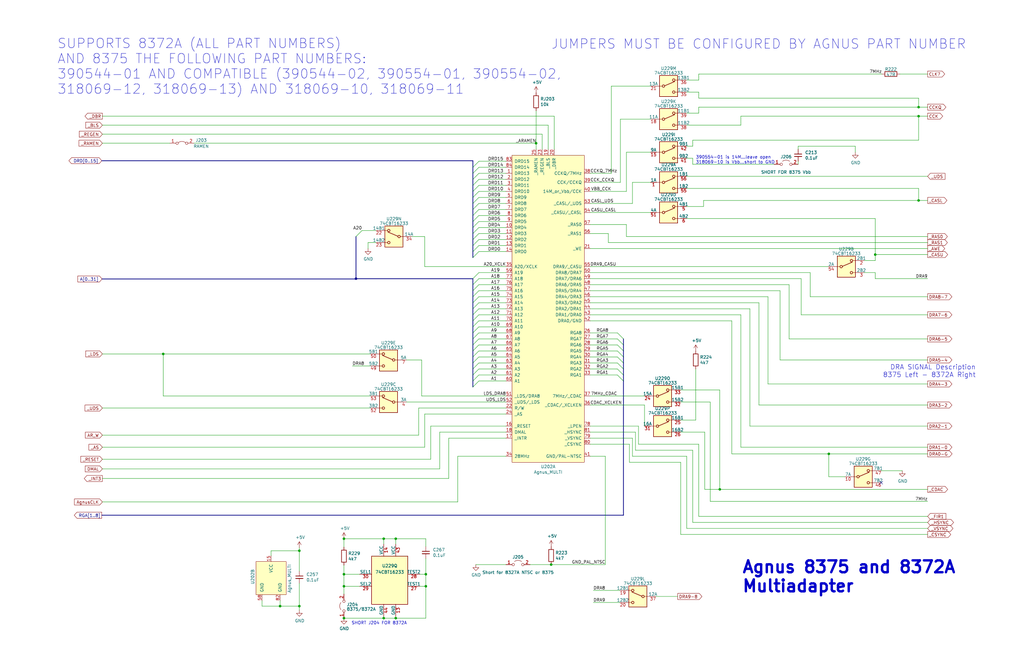
<source format=kicad_sch>
(kicad_sch (version 20230121) (generator eeschema)
  (paper "B")
  (title_block (title "AMIGA PCI") (date "2024-01-22") (rev "2.0"))
  (junction (at 150.114 117.602))
  (junction (at 126.238 255.778))
  (junction (at 166.878 260.858))
  (junction (at 145.034 260.858))
  (junction (at 145.034 227.33))
  (junction (at 118.11 255.778))
  (junction (at 349.504 191.516))
  (junction (at 145.034 242.316))
  (junction (at 226.06 60.452))
  (junction (at 179.578 242.316))
  (junction (at 369.062 107.442))
  (junction (at 145.034 247.396))
  (junction (at 387.35 49.022))
  (junction (at 232.41 238.252))
  (junction (at 387.35 84.582))
  (junction (at 166.878 227.33))
  (junction (at 161.798 260.858))
  (junction (at 303.53 206.502))
  (junction (at 126.238 232.41))
  (junction (at 68.834 149.352))
  (junction (at 161.798 227.33))
  (junction (at 179.578 247.396))
  (junction (at 387.35 45.212))
  (no_connect (at 371.602 203.708))
  (bus_entry (at 201.93 85.852) (size -2.54 2.54))
  (bus_entry (at 201.93 68.072) (size -2.54 2.54))
  (bus_entry (at 260.35 145.542) (size 2.54 2.54))
  (bus_entry (at 201.93 78.232) (size -2.54 2.54))
  (bus_entry (at 201.93 127.762) (size -2.54 2.54))
  (bus_entry (at 201.93 155.702) (size -2.54 2.54))
  (bus_entry (at 201.93 122.682) (size -2.54 2.54))
  (bus_entry (at 260.35 150.622) (size 2.54 2.54))
  (bus_entry (at 260.35 140.462) (size 2.54 2.54))
  (bus_entry (at 260.35 143.002) (size 2.54 2.54))
  (bus_entry (at 201.93 117.602) (size -2.54 2.54))
  (bus_entry (at 260.35 155.702) (size 2.54 2.54))
  (bus_entry (at 260.35 158.242) (size 2.54 2.54))
  (bus_entry (at 201.93 132.842) (size -2.54 2.54))
  (bus_entry (at 201.93 160.782) (size -2.54 2.54))
  (bus_entry (at 201.93 120.142) (size -2.54 2.54))
  (bus_entry (at 201.93 158.242) (size -2.54 2.54))
  (bus_entry (at 201.93 137.922) (size -2.54 2.54))
  (bus_entry (at 201.93 148.082) (size -2.54 2.54))
  (bus_entry (at 201.93 106.172) (size -2.54 2.54))
  (bus_entry (at 201.93 101.092) (size -2.54 2.54))
  (bus_entry (at 201.93 70.612) (size -2.54 2.54))
  (bus_entry (at 201.93 75.692) (size -2.54 2.54))
  (bus_entry (at 201.93 96.012) (size -2.54 2.54))
  (bus_entry (at 201.93 130.302) (size -2.54 2.54))
  (bus_entry (at 201.93 115.062) (size -2.54 2.54))
  (bus_entry (at 201.93 103.632) (size -2.54 2.54))
  (bus_entry (at 201.93 150.622) (size -2.54 2.54))
  (bus_entry (at 201.93 73.152) (size -2.54 2.54))
  (bus_entry (at 201.93 140.462) (size -2.54 2.54))
  (bus_entry (at 201.93 80.772) (size -2.54 2.54))
  (bus_entry (at 260.35 153.162) (size 2.54 2.54))
  (bus_entry (at 260.35 148.082) (size 2.54 2.54))
  (bus_entry (at 201.93 98.552) (size -2.54 2.54))
  (bus_entry (at 152.654 97.282) (size -2.54 2.54))
  (bus_entry (at 201.93 145.542) (size -2.54 2.54))
  (bus_entry (at 201.93 83.312) (size -2.54 2.54))
  (bus_entry (at 201.93 90.932) (size -2.54 2.54))
  (bus_entry (at 201.93 143.002) (size -2.54 2.54))
  (bus_entry (at 201.93 153.162) (size -2.54 2.54))
  (bus_entry (at 201.93 125.222) (size -2.54 2.54))
  (bus_entry (at 201.93 135.382) (size -2.54 2.54))
  (bus_entry (at 201.93 88.392) (size -2.54 2.54))
  (bus_entry (at 201.93 93.472) (size -2.54 2.54))
  (wire (pts (xy 294.64 187.452) (xy 294.64 217.932)))
  (wire (pts (xy 179.07 188.722) (xy 43.18 188.722)))
  (wire (pts (xy 248.92 182.372) (xy 267.97 182.372)))
  (wire (pts (xy 179.578 247.396) (xy 179.578 242.316)))
  (wire (pts (xy 126.238 232.41) (xy 126.238 231.14)))
  (wire (pts (xy 177.8 151.892) (xy 171.45 151.892)))
  (bus (pts (xy 199.39 78.232) (xy 199.39 80.772)))
  (wire (pts (xy 248.92 125.222) (xy 323.85 125.222)))
  (wire (pts (xy 312.42 188.722) (xy 312.42 132.842)))
  (wire (pts (xy 271.78 170.942) (xy 248.92 170.942)))
  (bus (pts (xy 199.39 96.012) (xy 199.39 98.552)))
  (wire (pts (xy 213.36 135.382) (xy 201.93 135.382)))
  (wire (pts (xy 257.81 73.152) (xy 257.81 36.322)))
  (wire (pts (xy 248.92 94.742) (xy 264.16 94.742)))
  (wire (pts (xy 177.038 242.316) (xy 179.578 242.316)))
  (wire (pts (xy 248.92 85.852) (xy 266.7 85.852)))
  (wire (pts (xy 213.36 98.552) (xy 201.93 98.552)))
  (wire (pts (xy 213.36 167.132) (xy 177.8 167.132)))
  (wire (pts (xy 114.3 232.41) (xy 114.3 234.442)))
  (wire (pts (xy 126.238 246.126) (xy 126.238 255.778)))
  (wire (pts (xy 114.3 232.41) (xy 126.238 232.41)))
  (wire (pts (xy 248.92 132.842) (xy 312.42 132.842)))
  (wire (pts (xy 213.36 153.162) (xy 201.93 153.162)))
  (wire (pts (xy 213.36 120.142) (xy 201.93 120.142)))
  (wire (pts (xy 323.85 162.052) (xy 391.16 162.052)))
  (wire (pts (xy 296.672 87.122) (xy 296.672 84.582)))
  (wire (pts (xy 166.878 229.616) (xy 166.878 227.33)))
  (wire (pts (xy 387.35 79.502) (xy 387.35 84.582)))
  (wire (pts (xy 213.36 68.072) (xy 201.93 68.072)))
  (bus (pts (xy 199.39 85.852) (xy 199.39 88.392)))
  (wire (pts (xy 213.36 117.602) (xy 201.93 117.602)))
  (wire (pts (xy 248.92 80.772) (xy 264.16 80.772)))
  (bus (pts (xy 199.39 158.242) (xy 199.39 160.782)))
  (wire (pts (xy 213.36 96.012) (xy 201.93 96.012)))
  (wire (pts (xy 179.578 227.33) (xy 166.878 227.33)))
  (bus (pts (xy 262.89 217.424) (xy 42.926 217.424)))
  (wire (pts (xy 271.78 179.832) (xy 271.78 170.942)))
  (wire (pts (xy 391.16 125.222) (xy 341.63 125.222)))
  (wire (pts (xy 213.36 172.212) (xy 176.53 172.212)))
  (wire (pts (xy 320.04 170.942) (xy 320.04 127.762)))
  (bus (pts (xy 199.39 106.172) (xy 199.39 108.712)))
  (wire (pts (xy 213.36 115.062) (xy 201.93 115.062)))
  (wire (pts (xy 332.74 120.142) (xy 332.74 143.002)))
  (wire (pts (xy 299.466 211.582) (xy 391.16 211.582)))
  (wire (pts (xy 145.034 260.858) (xy 161.798 260.858)))
  (wire (pts (xy 336.55 68.072) (xy 336.55 69.342)))
  (wire (pts (xy 269.24 187.452) (xy 294.64 187.452)))
  (wire (pts (xy 179.07 112.522) (xy 213.36 112.522)))
  (wire (pts (xy 248.92 135.382) (xy 308.61 135.382)))
  (wire (pts (xy 266.7 76.962) (xy 274.32 76.962)))
  (wire (pts (xy 391.16 188.722) (xy 312.42 188.722)))
  (wire (pts (xy 360.68 64.262) (xy 360.68 61.722)))
  (wire (pts (xy 248.92 89.662) (xy 274.32 89.662)))
  (wire (pts (xy 391.16 151.892) (xy 328.93 151.892)))
  (wire (pts (xy 151.638 247.396) (xy 145.034 247.396)))
  (wire (pts (xy 292.1 61.722) (xy 292.1 59.182)))
  (wire (pts (xy 294.64 31.242) (xy 371.856 31.242)))
  (wire (pts (xy 292.1 59.182) (xy 387.35 59.182)))
  (wire (pts (xy 369.062 117.602) (xy 391.16 117.602)))
  (wire (pts (xy 293.37 155.702) (xy 293.37 177.292)))
  (wire (pts (xy 248.92 127.762) (xy 320.04 127.762)))
  (wire (pts (xy 294.64 38.862) (xy 294.64 41.402)))
  (wire (pts (xy 387.35 59.182) (xy 387.35 49.022)))
  (wire (pts (xy 371.602 198.628) (xy 380.492 198.628)))
  (wire (pts (xy 189.23 201.93) (xy 43.18 201.93)))
  (wire (pts (xy 213.36 182.372) (xy 185.42 182.372)))
  (wire (pts (xy 326.39 69.342) (xy 292.1 69.342)))
  (wire (pts (xy 176.53 172.212) (xy 176.53 183.642)))
  (wire (pts (xy 248.92 143.002) (xy 260.35 143.002)))
  (wire (pts (xy 387.35 45.212) (xy 391.16 45.212)))
  (wire (pts (xy 248.92 184.912) (xy 266.7 184.912)))
  (wire (pts (xy 181.61 193.802) (xy 43.18 193.802)))
  (wire (pts (xy 233.68 62.992) (xy 233.68 49.022)))
  (wire (pts (xy 161.798 227.33) (xy 145.034 227.33)))
  (wire (pts (xy 303.53 206.502) (xy 297.18 206.502)))
  (wire (pts (xy 213.36 93.472) (xy 201.93 93.472)))
  (wire (pts (xy 248.92 167.132) (xy 271.78 167.132)))
  (wire (pts (xy 294.64 47.752) (xy 294.64 45.212)))
  (bus (pts (xy 199.39 155.702) (xy 199.39 158.242)))
  (wire (pts (xy 255.27 238.252) (xy 232.41 238.252)))
  (wire (pts (xy 181.61 179.832) (xy 181.61 193.802)))
  (wire (pts (xy 110.49 255.778) (xy 110.49 253.492)))
  (wire (pts (xy 287.02 169.672) (xy 299.466 169.672)))
  (wire (pts (xy 266.7 184.912) (xy 266.7 192.532)))
  (wire (pts (xy 161.798 227.33) (xy 161.798 229.616)))
  (wire (pts (xy 213.36 184.912) (xy 189.23 184.912)))
  (wire (pts (xy 213.36 174.752) (xy 179.07 174.752)))
  (wire (pts (xy 248.92 179.832) (xy 269.24 179.832)))
  (wire (pts (xy 213.36 148.082) (xy 201.93 148.082)))
  (wire (pts (xy 213.36 192.532) (xy 193.04 192.532)))
  (wire (pts (xy 369.062 115.062) (xy 369.062 117.602)))
  (bus (pts (xy 262.89 155.702) (xy 262.89 158.242)))
  (wire (pts (xy 364.49 109.982) (xy 369.062 109.982)))
  (wire (pts (xy 179.07 174.752) (xy 179.07 188.722)))
  (wire (pts (xy 289.56 33.782) (xy 294.64 33.782)))
  (wire (pts (xy 145.034 227.33) (xy 145.034 230.886)))
  (bus (pts (xy 199.39 88.392) (xy 199.39 90.932)))
  (bus (pts (xy 150.114 117.729) (xy 150.114 117.602)))
  (wire (pts (xy 145.034 247.396) (xy 145.034 250.698)))
  (bus (pts (xy 199.39 101.092) (xy 199.39 103.632)))
  (wire (pts (xy 266.7 192.532) (xy 289.56 192.532)))
  (wire (pts (xy 248.92 76.962) (xy 261.62 76.962)))
  (wire (pts (xy 213.36 130.302) (xy 201.93 130.302)))
  (wire (pts (xy 173.736 99.822) (xy 179.07 99.822)))
  (wire (pts (xy 248.92 148.082) (xy 260.35 148.082)))
  (wire (pts (xy 213.36 125.222) (xy 201.93 125.222)))
  (wire (pts (xy 156.21 154.432) (xy 148.59 154.432)))
  (wire (pts (xy 296.672 84.582) (xy 387.35 84.582)))
  (bus (pts (xy 199.39 160.782) (xy 199.39 163.322)))
  (wire (pts (xy 213.36 179.832) (xy 181.61 179.832)))
  (wire (pts (xy 264.16 80.772) (xy 264.16 64.262)))
  (bus (pts (xy 199.39 117.602) (xy 150.114 117.602)))
  (wire (pts (xy 248.92 192.532) (xy 255.27 192.532)))
  (wire (pts (xy 126.238 255.778) (xy 126.238 257.556)))
  (wire (pts (xy 287.02 182.372) (xy 297.18 182.372)))
  (wire (pts (xy 228.6 62.992) (xy 228.6 56.642)))
  (wire (pts (xy 312.42 49.022) (xy 387.35 49.022)))
  (wire (pts (xy 294.64 33.782) (xy 294.64 31.242)))
  (bus (pts (xy 199.39 117.602) (xy 199.39 120.142)))
  (wire (pts (xy 336.55 61.722) (xy 360.68 61.722)))
  (wire (pts (xy 179.578 260.858) (xy 179.578 247.396)))
  (wire (pts (xy 266.7 85.852) (xy 266.7 76.962)))
  (wire (pts (xy 145.034 247.396) (xy 145.034 242.316)))
  (wire (pts (xy 166.878 260.858) (xy 161.798 260.858)))
  (wire (pts (xy 303.53 206.502) (xy 391.16 206.502)))
  (wire (pts (xy 213.36 238.252) (xy 200.66 238.252)))
  (wire (pts (xy 289.56 92.202) (xy 369.062 92.202)))
  (bus (pts (xy 262.89 158.242) (xy 262.89 160.782)))
  (wire (pts (xy 264.16 99.822) (xy 391.16 99.822)))
  (wire (pts (xy 328.93 151.892) (xy 328.93 122.682)))
  (wire (pts (xy 297.18 182.372) (xy 297.18 206.502)))
  (wire (pts (xy 118.11 255.778) (xy 118.11 253.492)))
  (wire (pts (xy 303.53 164.592) (xy 303.53 206.502)))
  (wire (pts (xy 276.606 251.714) (xy 285.75 251.714)))
  (bus (pts (xy 262.89 153.162) (xy 262.89 155.702)))
  (wire (pts (xy 166.878 260.858) (xy 179.578 260.858)))
  (wire (pts (xy 193.04 192.532) (xy 193.04 211.836)))
  (wire (pts (xy 289.56 192.532) (xy 289.56 223.012)))
  (wire (pts (xy 287.02 225.552) (xy 391.16 225.552)))
  (wire (pts (xy 43.18 56.642) (xy 228.6 56.642)))
  (wire (pts (xy 213.36 127.762) (xy 201.93 127.762)))
  (wire (pts (xy 349.504 201.168) (xy 349.504 191.516)))
  (wire (pts (xy 316.23 179.832) (xy 391.16 179.832)))
  (wire (pts (xy 213.36 169.672) (xy 171.45 169.672)))
  (wire (pts (xy 189.23 184.912) (xy 189.23 201.93)))
  (wire (pts (xy 349.504 191.516) (xy 391.16 191.516)))
  (wire (pts (xy 226.06 46.736) (xy 226.06 60.452)))
  (wire (pts (xy 256.54 102.362) (xy 256.54 98.552)))
  (wire (pts (xy 292.1 66.802) (xy 292.1 69.342)))
  (wire (pts (xy 356.362 201.168) (xy 349.504 201.168)))
  (wire (pts (xy 312.42 52.832) (xy 312.42 49.022)))
  (wire (pts (xy 248.92 122.682) (xy 328.93 122.682)))
  (bus (pts (xy 199.39 130.302) (xy 199.39 132.842)))
  (bus (pts (xy 199.39 140.462) (xy 199.39 143.002)))
  (wire (pts (xy 261.366 249.174) (xy 250.19 249.174)))
  (bus (pts (xy 199.39 120.142) (xy 199.39 122.682)))
  (wire (pts (xy 257.81 36.322) (xy 274.32 36.322)))
  (bus (pts (xy 262.89 150.622) (xy 262.89 153.162)))
  (wire (pts (xy 387.35 49.022) (xy 391.16 49.022)))
  (bus (pts (xy 199.39 153.162) (xy 199.39 155.702)))
  (wire (pts (xy 179.578 230.632) (xy 179.578 227.33)))
  (wire (pts (xy 264.16 94.742) (xy 264.16 99.822)))
  (bus (pts (xy 199.39 70.612) (xy 199.39 73.152)))
  (bus (pts (xy 199.39 135.382) (xy 199.39 137.922)))
  (wire (pts (xy 391.16 132.842) (xy 337.82 132.842)))
  (wire (pts (xy 177.8 167.132) (xy 177.8 151.892)))
  (wire (pts (xy 289.56 47.752) (xy 294.64 47.752)))
  (wire (pts (xy 213.36 122.682) (xy 201.93 122.682)))
  (wire (pts (xy 248.92 187.452) (xy 265.43 187.452)))
  (wire (pts (xy 179.07 99.822) (xy 179.07 112.522)))
  (wire (pts (xy 265.43 195.072) (xy 287.02 195.072)))
  (wire (pts (xy 248.92 104.902) (xy 391.16 104.902)))
  (wire (pts (xy 256.54 102.362) (xy 391.16 102.362)))
  (wire (pts (xy 265.43 187.452) (xy 265.43 195.072)))
  (wire (pts (xy 152.654 97.282) (xy 158.496 97.282)))
  (wire (pts (xy 289.56 87.122) (xy 296.672 87.122)))
  (bus (pts (xy 199.39 143.002) (xy 199.39 145.542)))
  (bus (pts (xy 199.39 80.772) (xy 199.39 83.312)))
  (wire (pts (xy 267.97 189.992) (xy 292.1 189.992)))
  (wire (pts (xy 264.16 64.262) (xy 274.32 64.262)))
  (wire (pts (xy 155.194 102.362) (xy 158.496 102.362)))
  (wire (pts (xy 287.02 177.292) (xy 293.37 177.292)))
  (wire (pts (xy 118.11 255.778) (xy 126.238 255.778)))
  (wire (pts (xy 179.578 242.316) (xy 179.578 235.712)))
  (wire (pts (xy 289.56 79.502) (xy 387.35 79.502)))
  (wire (pts (xy 289.56 52.832) (xy 312.42 52.832)))
  (bus (pts (xy 262.89 145.542) (xy 262.89 148.082)))
  (wire (pts (xy 233.68 49.022) (xy 43.18 49.022)))
  (wire (pts (xy 231.14 52.832) (xy 43.18 52.832)))
  (wire (pts (xy 379.476 31.242) (xy 391.16 31.242)))
  (wire (pts (xy 341.63 125.222) (xy 341.63 115.062)))
  (wire (pts (xy 294.64 41.402) (xy 387.35 41.402)))
  (wire (pts (xy 299.466 169.672) (xy 299.466 211.582)))
  (bus (pts (xy 199.39 122.682) (xy 199.39 125.222)))
  (wire (pts (xy 308.61 191.516) (xy 349.504 191.516)))
  (wire (pts (xy 110.49 255.778) (xy 118.11 255.778)))
  (wire (pts (xy 213.36 75.692) (xy 201.93 75.692)))
  (bus (pts (xy 199.39 67.818) (xy 199.39 70.612)))
  (bus (pts (xy 199.39 127.762) (xy 199.39 130.302)))
  (wire (pts (xy 213.36 103.632) (xy 201.93 103.632)))
  (wire (pts (xy 71.628 60.452) (xy 43.18 60.452)))
  (wire (pts (xy 294.64 45.212) (xy 387.35 45.212)))
  (wire (pts (xy 161.798 260.858) (xy 161.798 260.096)))
  (wire (pts (xy 289.56 223.012) (xy 391.16 223.012)))
  (wire (pts (xy 289.56 38.862) (xy 294.64 38.862)))
  (wire (pts (xy 369.062 92.202) (xy 369.062 107.442)))
  (wire (pts (xy 337.82 132.842) (xy 337.82 117.602)))
  (wire (pts (xy 213.36 137.922) (xy 201.93 137.922)))
  (wire (pts (xy 213.36 88.392) (xy 201.93 88.392)))
  (bus (pts (xy 43.053 117.729) (xy 150.114 117.729)))
  (bus (pts (xy 199.39 90.932) (xy 199.39 93.472)))
  (wire (pts (xy 248.92 112.522) (xy 349.25 112.522)))
  (wire (pts (xy 213.36 73.152) (xy 201.93 73.152)))
  (wire (pts (xy 248.92 150.622) (xy 260.35 150.622)))
  (wire (pts (xy 248.92 120.142) (xy 332.74 120.142)))
  (wire (pts (xy 336.55 61.722) (xy 336.55 62.992)))
  (wire (pts (xy 68.834 149.352) (xy 156.21 149.352)))
  (wire (pts (xy 213.36 158.242) (xy 201.93 158.242)))
  (wire (pts (xy 248.92 115.062) (xy 341.63 115.062)))
  (wire (pts (xy 387.35 41.402) (xy 387.35 45.212)))
  (wire (pts (xy 369.062 109.982) (xy 369.062 107.442)))
  (wire (pts (xy 68.834 167.132) (xy 156.21 167.132)))
  (wire (pts (xy 213.36 143.002) (xy 201.93 143.002)))
  (wire (pts (xy 231.14 62.992) (xy 231.14 52.832)))
  (wire (pts (xy 166.878 260.096) (xy 166.878 260.858)))
  (wire (pts (xy 145.034 238.506) (xy 145.034 242.316)))
  (wire (pts (xy 213.36 80.772) (xy 201.93 80.772)))
  (wire (pts (xy 369.062 107.442) (xy 391.16 107.442)))
  (wire (pts (xy 292.1 220.472) (xy 391.16 220.472)))
  (bus (pts (xy 199.39 103.632) (xy 199.39 106.172)))
  (wire (pts (xy 269.24 179.832) (xy 269.24 187.452)))
  (wire (pts (xy 213.36 90.932) (xy 201.93 90.932)))
  (wire (pts (xy 68.834 149.352) (xy 68.834 167.132)))
  (wire (pts (xy 248.92 140.462) (xy 260.35 140.462)))
  (bus (pts (xy 199.39 132.842) (xy 199.39 135.382)))
  (wire (pts (xy 364.49 115.062) (xy 369.062 115.062)))
  (bus (pts (xy 199.39 125.222) (xy 199.39 127.762)))
  (wire (pts (xy 294.64 217.932) (xy 391.16 217.932)))
  (bus (pts (xy 199.39 137.922) (xy 199.39 140.462)))
  (wire (pts (xy 248.92 153.162) (xy 260.35 153.162)))
  (wire (pts (xy 213.36 155.702) (xy 201.93 155.702)))
  (bus (pts (xy 199.39 150.622) (xy 199.39 153.162)))
  (wire (pts (xy 213.36 160.782) (xy 201.93 160.782)))
  (wire (pts (xy 213.36 83.312) (xy 201.93 83.312)))
  (wire (pts (xy 248.92 130.302) (xy 316.23 130.302)))
  (wire (pts (xy 213.36 78.232) (xy 201.93 78.232)))
  (wire (pts (xy 287.02 164.592) (xy 303.53 164.592)))
  (bus (pts (xy 199.39 145.542) (xy 199.39 148.082)))
  (wire (pts (xy 248.92 145.542) (xy 260.35 145.542)))
  (wire (pts (xy 176.53 183.642) (xy 43.18 183.642)))
  (wire (pts (xy 213.36 85.852) (xy 201.93 85.852)))
  (wire (pts (xy 267.97 182.372) (xy 267.97 189.992)))
  (wire (pts (xy 256.54 98.552) (xy 248.92 98.552)))
  (bus (pts (xy 262.89 160.782) (xy 262.89 217.424)))
  (wire (pts (xy 308.61 191.516) (xy 308.61 135.382)))
  (wire (pts (xy 261.366 254.254) (xy 250.19 254.254)))
  (wire (pts (xy 232.41 238.252) (xy 223.52 238.252)))
  (bus (pts (xy 199.39 73.152) (xy 199.39 75.692)))
  (wire (pts (xy 155.194 102.362) (xy 155.194 104.902)))
  (wire (pts (xy 126.238 232.41) (xy 126.238 241.046)))
  (bus (pts (xy 199.39 148.082) (xy 199.39 150.622)))
  (wire (pts (xy 213.36 145.542) (xy 201.93 145.542)))
  (wire (pts (xy 213.36 150.622) (xy 201.93 150.622)))
  (wire (pts (xy 213.36 132.842) (xy 201.93 132.842)))
  (bus (pts (xy 150.114 99.822) (xy 150.114 117.602)))
  (wire (pts (xy 43.18 149.352) (xy 68.834 149.352)))
  (wire (pts (xy 289.56 61.722) (xy 292.1 61.722)))
  (bus (pts (xy 262.89 148.082) (xy 262.89 150.622)))
  (wire (pts (xy 323.85 162.052) (xy 323.85 125.222)))
  (wire (pts (xy 316.23 130.302) (xy 316.23 179.832)))
  (bus (pts (xy 199.39 98.552) (xy 199.39 101.092)))
  (wire (pts (xy 332.74 143.002) (xy 391.16 143.002)))
  (wire (pts (xy 289.56 74.422) (xy 391.16 74.422)))
  (wire (pts (xy 387.35 84.582) (xy 391.16 84.582)))
  (wire (pts (xy 177.038 247.396) (xy 179.578 247.396)))
  (wire (pts (xy 391.16 170.942) (xy 320.04 170.942)))
  (wire (pts (xy 185.42 197.866) (xy 43.18 197.866)))
  (wire (pts (xy 261.62 50.292) (xy 274.32 50.292)))
  (wire (pts (xy 213.36 106.172) (xy 201.93 106.172)))
  (wire (pts (xy 248.92 73.152) (xy 257.81 73.152)))
  (wire (pts (xy 248.92 158.242) (xy 260.35 158.242)))
  (wire (pts (xy 255.27 192.532) (xy 255.27 238.252)))
  (wire (pts (xy 43.18 172.212) (xy 156.21 172.212)))
  (wire (pts (xy 213.36 140.462) (xy 201.93 140.462)))
  (bus (pts (xy 42.926 67.818) (xy 199.39 67.818)))
  (wire (pts (xy 261.62 76.962) (xy 261.62 50.292)))
  (wire (pts (xy 248.92 155.702) (xy 260.35 155.702)))
  (wire (pts (xy 226.06 60.452) (xy 81.788 60.452)))
  (wire (pts (xy 213.36 70.612) (xy 201.93 70.612)))
  (wire (pts (xy 226.06 62.992) (xy 226.06 60.452)))
  (wire (pts (xy 145.034 242.316) (xy 151.638 242.316)))
  (wire (pts (xy 292.1 189.992) (xy 292.1 220.472)))
  (bus (pts (xy 262.89 143.002) (xy 262.89 145.542)))
  (wire (pts (xy 213.36 101.092) (xy 201.93 101.092)))
  (wire (pts (xy 166.878 227.33) (xy 161.798 227.33)))
  (wire (pts (xy 287.02 195.072) (xy 287.02 225.552)))
  (bus (pts (xy 199.39 93.472) (xy 199.39 96.012)))
  (wire (pts (xy 289.56 66.802) (xy 292.1 66.802)))
  (bus (pts (xy 199.39 75.692) (xy 199.39 78.232)))
  (wire (pts (xy 185.42 182.372) (xy 185.42 197.866)))
  (wire (pts (xy 43.18 211.836) (xy 193.04 211.836)))
  (wire (pts (xy 248.92 117.602) (xy 337.82 117.602)))
  (bus (pts (xy 199.39 83.312) (xy 199.39 85.852)))
  (text "SHORT J204 FOR 8372A" (at 148.209 263.779 0) (effects (font (size 1.27 1.27)) (justify left bottom)))
  (text "DRA SIGNAL Description\n8375 Left - 8372A Right" (at 411.48 159.512 0) (effects (font (size 2.0066 2.0066)) (justify right bottom)))
  (text "Agnus 8375 and 8372A\nMultiadapter" (at 312.674 250.444 0) (effects (font (size 5.0038 5.0038) (thickness 1.0008) bold) (justify left bottom)))
  (text "JUMPERS MUST BE CONFIGURED BY AGNUS PART NUMBER" (at 232.41 21.082 0) (effects (font (size 3.9878 3.9878)) (justify left bottom)))
  (text "SUPPORTS 8372A (ALL PART NUMBERS)\nAND 8375 THE FOLLOWING PART NUMBERS:\n390544-01 AND COMPATIBLE (390544-02, 390554-01, 390554-02, \n318069-12, 318069-13) AND 318069-10, 318069-11" (at 24.13 40.132 0) (effects (font (size 3.9878 3.9878)) (justify left bottom)))
  (text "390554-01 is 14M...leave open\n318069-10 is Vbb...short to GND" (at 293.37 69.342 0) (effects (font (size 1.2954 1.2954)) (justify left bottom)))
  (label "RGA7" (at 251.46 143.002 0) (effects (font (size 1.2954 1.2954))))
  (label "CCK_CCKQ" (at 248.92 76.962 0))
  (label "A16" (at 207.01 122.682 0) (effects (font (size 1.2954 1.2954))))
  (label "DRA8" (at 250.19 249.174 0))
  (label "7MHz" (at 391.16 211.582 180))
  (label "A19" (at 207.01 115.062 0) (effects (font (size 1.2954 1.2954))))
  (label "DRA8" (at 148.59 154.432 0))
  (label "DRA9" (at 250.19 254.254 0))
  (label "A17" (at 207.01 120.142 0) (effects (font (size 1.2954 1.2954))))
  (label "DRA9_CASU" (at 248.92 112.522 0))
  (label "A1" (at 207.01 160.782 0) (effects (font (size 1.2954 1.2954))))
  (label "A9" (at 207.01 140.462 0) (effects (font (size 1.2954 1.2954))))
  (label "A20_XCLK" (at 213.36 112.522 180))
  (label "A12" (at 207.01 132.842 0) (effects (font (size 1.2954 1.2954))))
  (label "CDAC_XCLKEN" (at 248.92 170.942 0))
  (label "DRD9" (at 205.74 83.312 0) (effects (font (size 1.2954 1.2954))))
  (label "A8" (at 207.01 143.002 0) (effects (font (size 1.2954 1.2954))))
  (label "A5" (at 207.01 150.622 0) (effects (font (size 1.2954 1.2954))))
  (label "LDS_DRA8" (at 213.36 167.132 180))
  (label "DRD10" (at 205.74 80.772 0) (effects (font (size 1.2954 1.2954))))
  (label "DRD15" (at 205.74 68.072 0) (effects (font (size 1.2954 1.2954))))
  (label "RGA2" (at 251.46 155.702 0) (effects (font (size 1.2954 1.2954))))
  (label "DRD13" (at 205.74 73.152 0) (effects (font (size 1.2954 1.2954))))
  (label "A13" (at 207.01 130.302 0) (effects (font (size 1.2954 1.2954))))
  (label "DRD3" (at 205.74 98.552 0) (effects (font (size 1.2954 1.2954))))
  (label "A2" (at 207.01 158.242 0) (effects (font (size 1.2954 1.2954))))
  (label "RGA1" (at 251.46 158.242 0) (effects (font (size 1.2954 1.2954))))
  (label "DRA9" (at 391.16 117.602 180))
  (label "CCKQ_7MHz" (at 248.92 73.152 0))
  (label "CASU_CASL" (at 249.174 89.662 0))
  (label "7MHz" (at 371.856 31.242 180))
  (label "DRD1" (at 205.74 103.632 0) (effects (font (size 1.2954 1.2954))))
  (label "VBB_CCK" (at 249.174 80.772 0))
  (label "DRD6" (at 205.74 90.932 0) (effects (font (size 1.2954 1.2954))))
  (label "DRD14" (at 205.74 70.612 0) (effects (font (size 1.2954 1.2954))))
  (label "A6" (at 207.01 148.082 0) (effects (font (size 1.2954 1.2954))))
  (label "RGA6" (at 251.46 145.542 0) (effects (font (size 1.2954 1.2954))))
  (label "DRD11" (at 205.74 78.232 0) (effects (font (size 1.2954 1.2954))))
  (label "DRD2" (at 205.74 101.092 0) (effects (font (size 1.2954 1.2954))))
  (label "A7" (at 207.01 145.542 0) (effects (font (size 1.2954 1.2954))))
  (label "DRD4" (at 205.74 96.012 0) (effects (font (size 1.2954 1.2954))))
  (label "A4" (at 207.01 153.162 0) (effects (font (size 1.2954 1.2954))))
  (label "A20" (at 152.654 97.282 180) (effects (font (size 1.2954 1.2954))))
  (label "A15" (at 207.01 125.222 0) (effects (font (size 1.2954 1.2954))))
  (label "A10" (at 207.01 137.922 0) (effects (font (size 1.2954 1.2954))))
  (label "RGA8" (at 251.46 140.462 0) (effects (font (size 1.2954 1.2954))))
  (label "RGA4" (at 251.46 150.622 0) (effects (font (size 1.2954 1.2954))))
  (label "A18" (at 207.01 117.602 0) (effects (font (size 1.2954 1.2954))))
  (label "DRD12" (at 205.74 75.692 0) (effects (font (size 1.2954 1.2954))))
  (label "RGA3" (at 251.46 153.162 0) (effects (font (size 1.2954 1.2954))))
  (label "_ARAMEN" (at 226.06 60.452 180))
  (label "A3" (at 207.01 155.702 0) (effects (font (size 1.2954 1.2954))))
  (label "UDS_LDS" (at 213.36 169.672 180))
  (label "DRD7" (at 205.74 88.392 0) (effects (font (size 1.2954 1.2954))))
  (label "CASL_UDS" (at 249.174 85.852 0))
  (label "A14" (at 207.01 127.762 0) (effects (font (size 1.2954 1.2954))))
  (label "GND_PAL_NTSC" (at 255.27 238.252 180))
  (label "7MHz_CDAC" (at 249.174 167.132 0))
  (label "DRD5" (at 205.74 93.472 0) (effects (font (size 1.2954 1.2954))))
  (label "RGA5" (at 251.46 148.082 0) (effects (font (size 1.2954 1.2954))))
  (label "DRD0" (at 205.74 106.172 0) (effects (font (size 1.2954 1.2954))))
  (label "A11" (at 207.01 135.382 0) (effects (font (size 1.2954 1.2954))))
  (label "DRD8" (at 205.74 85.852 0) (effects (font (size 1.2954 1.2954))))
  (global_label "RGA[1..8]" (shape output) (at 42.926 217.424 180) (effects (font (size 1.2954 1.2954))) (property "Intersheetrefs" "${INTERSHEET_REFS}" (at 30.8331 217.424 0) (effects (justify right))))
  (global_label "DRA9-8" (shape output) (at 285.75 251.714 0) (effects (font (size 1.2954 1.2954))) (property "Intersheetrefs" "${INTERSHEET_REFS}" (at 296.4857 251.714 0) (effects (justify left))))
  (global_label "_VSYNC" (shape bidirectional) (at 391.16 223.012 0) (effects (font (size 1.2954 1.2954))) (property "Intersheetrefs" "${INTERSHEET_REFS}" (at 402.3507 223.012 0) (effects (justify left))))
  (global_label "DRD[0..15]" (shape bidirectional) (at 42.926 67.818 180) (property "Intersheetrefs" "${INTERSHEET_REFS}" (at 28.5674 67.818 0) (effects (justify right))))
  (global_label "_LDS" (shape input) (at 43.18 149.352 180) (effects (font (size 1.2954 1.2954))) (property "Intersheetrefs" "${INTERSHEET_REFS}" (at 35.6518 149.352 0) (effects (justify right))))
  (global_label "DRA0-G" (shape output) (at 391.16 191.516 0) (effects (font (size 1.2954 1.2954))) (property "Intersheetrefs" "${INTERSHEET_REFS}" (at 401.9574 191.516 0) (effects (justify left))))
  (global_label "A[0..31]" (shape input) (at 43.053 117.729 180) (effects (font (size 1.2954 1.2954))) (property "Intersheetrefs" "${INTERSHEET_REFS}" (at 32.3172 117.729 0) (effects (justify right))))
  (global_label "_BLS" (shape input) (at 43.18 52.832 180) (effects (font (size 1.2954 1.2954))) (property "Intersheetrefs" "${INTERSHEET_REFS}" (at 35.6518 52.832 0) (effects (justify right))))
  (global_label "_UDS" (shape input) (at 43.18 172.212 180) (effects (font (size 1.2954 1.2954))) (property "Intersheetrefs" "${INTERSHEET_REFS}" (at 35.3434 172.212 0) (effects (justify right))))
  (global_label "_CSYNC" (shape output) (at 391.16 225.552 0) (effects (font (size 1.2954 1.2954))) (property "Intersheetrefs" "${INTERSHEET_REFS}" (at 401.4023 225.552 0) (effects (justify left))))
  (global_label "_UDS" (shape input) (at 391.16 74.422 0) (effects (font (size 1.2954 1.2954))) (property "Intersheetrefs" "${INTERSHEET_REFS}" (at 398.9966 74.422 0) (effects (justify left))))
  (global_label "DMAL" (shape input) (at 43.18 197.866 180) (property "Intersheetrefs" "${INTERSHEET_REFS}" (at 35.4361 197.866 0) (effects (justify right))))
  (global_label "_CDAC" (shape output) (at 391.16 206.502 0) (effects (font (size 1.2954 1.2954))) (property "Intersheetrefs" "${INTERSHEET_REFS}" (at 400.1069 206.502 0) (effects (justify left))))
  (global_label "DRA1-0" (shape output) (at 391.16 188.722 0) (effects (font (size 1.2954 1.2954))) (property "Intersheetrefs" "${INTERSHEET_REFS}" (at 401.8957 188.722 0) (effects (justify left))))
  (global_label "_FIR1" (shape input) (at 391.16 217.932 0) (effects (font (size 1.2954 1.2954))) (property "Intersheetrefs" "${INTERSHEET_REFS}" (at 399.4477 217.932 0) (effects (justify left))))
  (global_label "CCK" (shape output) (at 391.16 49.022 0) (effects (font (size 1.2954 1.2954))) (property "Intersheetrefs" "${INTERSHEET_REFS}" (at 398.0096 49.022 0) (effects (justify left))))
  (global_label "CCKQ" (shape output) (at 391.16 45.212 0) (effects (font (size 1.2954 1.2954))) (property "Intersheetrefs" "${INTERSHEET_REFS}" (at 399.3667 45.212 0) (effects (justify left))))
  (global_label "_RAS1" (shape output) (at 391.16 102.362 0) (effects (font (size 1.2954 1.2954))) (property "Intersheetrefs" "${INTERSHEET_REFS}" (at 399.9835 102.362 0) (effects (justify left))))
  (global_label "AR_W" (shape input) (at 43.18 183.642 180) (property "Intersheetrefs" "${INTERSHEET_REFS}" (at 35.4966 183.642 0) (effects (justify right))))
  (global_label "_CASU" (shape output) (at 391.16 107.442 0) (effects (font (size 1.2954 1.2954))) (property "Intersheetrefs" "${INTERSHEET_REFS}" (at 400.1069 107.442 0) (effects (justify left))))
  (global_label "DRA3-2" (shape output) (at 391.16 170.942 0) (effects (font (size 1.2954 1.2954))) (property "Intersheetrefs" "${INTERSHEET_REFS}" (at 401.8957 170.942 0) (effects (justify left))))
  (global_label "_RAS0" (shape output) (at 391.16 99.822 0) (effects (font (size 1.2954 1.2954))) (property "Intersheetrefs" "${INTERSHEET_REFS}" (at 399.9835 99.822 0) (effects (justify left))))
  (global_label "_CASL" (shape output) (at 391.16 84.582 0) (effects (font (size 1.2954 1.2954))) (property "Intersheetrefs" "${INTERSHEET_REFS}" (at 399.7985 84.582 0) (effects (justify left))))
  (global_label "DRA4-3" (shape output) (at 391.16 162.052 0) (effects (font (size 1.2954 1.2954))) (property "Intersheetrefs" "${INTERSHEET_REFS}" (at 401.8957 162.052 0) (effects (justify left))))
  (global_label "_RESET" (shape input) (at 43.18 193.802 180) (property "Intersheetrefs" "${INTERSHEET_REFS}" (at 33.5615 193.802 0) (effects (justify right))))
  (global_label "_AWE" (shape output) (at 391.16 104.902 0) (effects (font (size 1.2954 1.2954))) (property "Intersheetrefs" "${INTERSHEET_REFS}" (at 398.8732 104.902 0) (effects (justify left))))
  (global_label "_RAMEN" (shape input) (at 43.18 60.452 180) (effects (font (size 1.2954 1.2954))) (property "Intersheetrefs" "${INTERSHEET_REFS}" (at 32.8143 60.452 0) (effects (justify right))))
  (global_label "DRA2-1" (shape output) (at 391.16 179.832 0) (effects (font (size 1.2954 1.2954))) (property "Intersheetrefs" "${INTERSHEET_REFS}" (at 401.8957 179.832 0) (effects (justify left))))
  (global_label "_HSYNC" (shape bidirectional) (at 391.16 220.472 0) (effects (font (size 1.2954 1.2954))) (property "Intersheetrefs" "${INTERSHEET_REFS}" (at 402.5975 220.472 0) (effects (justify left))))
  (global_label "DRA8-7" (shape output) (at 391.16 125.222 0) (effects (font (size 1.2954 1.2954))) (property "Intersheetrefs" "${INTERSHEET_REFS}" (at 401.8957 125.222 0) (effects (justify left))))
  (global_label "CLK7" (shape output) (at 391.16 31.242 0) (property "Intersheetrefs" "${INTERSHEET_REFS}" (at 398.9228 31.242 0) (effects (justify left))))
  (global_label "DRA6-5" (shape output) (at 391.16 143.002 0) (effects (font (size 1.2954 1.2954))) (property "Intersheetrefs" "${INTERSHEET_REFS}" (at 401.8957 143.002 0) (effects (justify left))))
  (global_label "DRA5-4" (shape output) (at 391.16 151.892 0) (effects (font (size 1.2954 1.2954))) (property "Intersheetrefs" "${INTERSHEET_REFS}" (at 401.8957 151.892 0) (effects (justify left))))
  (global_label "_INT3" (shape output) (at 43.18 201.93 180) (effects (font (size 1.2954 1.2954))) (property "Intersheetrefs" "${INTERSHEET_REFS}" (at 35.0349 201.93 0) (effects (justify right))))
  (global_label "_DBR" (shape output) (at 43.18 49.022 180) (effects (font (size 1.2954 1.2954))) (property "Intersheetrefs" "${INTERSHEET_REFS}" (at 35.3434 49.022 0) (effects (justify right))))
  (global_label "_AS" (shape input) (at 43.18 188.722 180) (property "Intersheetrefs" "${INTERSHEET_REFS}" (at 37.0085 188.722 0) (effects (justify right))))
  (global_label "DRA7-6" (shape output) (at 391.16 132.842 0) (effects (font (size 1.2954 1.2954))) (property "Intersheetrefs" "${INTERSHEET_REFS}" (at 401.8957 132.842 0) (effects (justify left))))
  (global_label "AgnusCLK" (shape input) (at 43.18 211.836 180) (effects (font (size 1.2954 1.2954))) (property "Intersheetrefs" "${INTERSHEET_REFS}" (at 30.8211 211.836 0) (effects (justify right))))
  (global_label "_REGEN" (shape input) (at 43.18 56.642 180) (effects (font (size 1.2954 1.2954))) (property "Intersheetrefs" "${INTERSHEET_REFS}" (at 32.9377 56.642 0) (effects (justify right))))
  (symbol (lib_id "Device:R") (at 375.666 31.242 270) (unit 1)
    (property "Reference" "R222" (at 375.666 29.21 90))
    (property "Value" "47R" (at 375.666 31.496 90))
    (property "Footprint" "Resistor_SMD:R_0603_1608Metric" (effects hide))
    (instances (project "AmigaPCI Mainboard" (path "" (reference "R222") (unit 1))) (project "2000ATX" (path "" (reference "RN907A1") (unit 1))))
  )
  (symbol (lib_id "AmigaPCI-Symbols:74CBT16233") (at 166.116 99.822 0) (mirror y) (unit 14)
    (property "Reference" "U229" (at 166.116 92.3671 0))
    (property "Value" "74CBT16233" (at 166.116 94.2881 0))
    (property "Footprint" "Package_SO:SSOP-56_7.5x18.5mm_P0.635mm" (effects hide))
    (property "Datasheet" "https://www.ti.com/lit/ds/symlink/sn74cbt16233.pdf?HQS=dis-dk-null-digikeymode-dsf-pf-null-wwe&ts=1686702107606&ref_url=https%253A%252F%252Fwww.ti.com%252Fgeneral%252Fdocs%252Fsuppproductinfo.tsp%253FdistId%253D10%2526gotoUrl%253Dhttps%253A%252F%252Fwww.ti.com%252Flit%252Fgpn%252Fsn74cbt16233" (effects hide))
    (property "Part Number" "SN74CBT16233DL" (effects hide))
  )
  (symbol (lib_id "AmigaPCI-Symbols:74CBT16233") (at 281.94 50.292 0) (unit 11)
    (property "Reference" "U229" (at 281.94 42.8371 0))
    (property "Value" "74CBT16233" (at 281.94 44.7581 0))
    (property "Footprint" "Package_SO:SSOP-56_7.5x18.5mm_P0.635mm" (effects hide))
    (property "Datasheet" "https://www.ti.com/lit/ds/symlink/sn74cbt16233.pdf?HQS=dis-dk-null-digikeymode-dsf-pf-null-wwe&ts=1686702107606&ref_url=https%253A%252F%252Fwww.ti.com%252Fgeneral%252Fdocs%252Fsuppproductinfo.tsp%253FdistId%253D10%2526gotoUrl%253Dhttps%253A%252F%252Fwww.ti.com%252Flit%252Fgpn%252Fsn74cbt16233" (effects hide))
    (property "Part Number" "SN74CBT16233DL" (effects hide))
  )
  (symbol (lib_id "power:+5V") (at 293.37 148.082 0) (unit 1)
    (property "Reference" "#PWR016" (effects hide))
    (property "Value" "+5V" (at 293.751 143.6878 0))
    (instances (project "AmigaPCI Mainboard" (path "" (reference "#PWR016") (unit 1))) (project "2000ATX" (path "" (reference "#PWR0392") (unit 1))))
  )
  (symbol (lib_id "power:+5V") (at 126.238 231.14 0) (unit 1)
    (property "Reference" "#PWR012" (effects hide))
    (property "Value" "+5V" (at 126.619 226.7458 0))
    (instances (project "AmigaPCI Mainboard" (path "" (reference "#PWR012") (unit 1))) (project "2000ATX" (path "" (reference "#PWR0377") (unit 1))))
  )
  (symbol (lib_id "AmigaPCI-Symbols:Agnus Multiadapter") (at 114.3 243.332 0) (unit 2)
    (property "Reference" "U202" (at 106.553 246.634 90) (effects (justify left)))
    (property "Value" "Agnus_MULTI" (at 122.047 250.19 90) (effects (justify left)))
    (property "Footprint" "Package_LCC:PLCC-84_SMD-Socket" (effects hide))
    (instances (project "AmigaPCI Mainboard" (path "" (reference "U202") (unit 2))) (project "2000ATX" (path "" (reference "U101") (unit 2)) (path "" (reference "U101") (unit 2))))
  )
  (symbol (lib_id "AmigaPCI-Symbols:74CBT16233") (at 279.4 167.132 0) (unit 15)
    (property "Reference" "U229" (at 279.4 159.6771 0))
    (property "Value" "74CBT16233" (at 279.4 161.5981 0))
    (property "Footprint" "Package_SO:SSOP-56_7.5x18.5mm_P0.635mm" (effects hide))
    (property "Datasheet" "https://www.ti.com/lit/ds/symlink/sn74cbt16233.pdf?HQS=dis-dk-null-digikeymode-dsf-pf-null-wwe&ts=1686702107606&ref_url=https%253A%252F%252Fwww.ti.com%252Fgeneral%252Fdocs%252Fsuppproductinfo.tsp%253FdistId%253D10%2526gotoUrl%253Dhttps%253A%252F%252Fwww.ti.com%252Flit%252Fgpn%252Fsn74cbt16233" (effects hide))
    (property "Part Number" "SN74CBT16233DL" (effects hide))
  )
  (symbol (lib_id "Device:R") (at 226.06 42.926 0) (unit 1)
    (property "Reference" "RJ203" (at 227.838 41.7576 0) (effects (justify left)))
    (property "Value" "10k" (at 227.838 44.069 0) (effects (justify left)))
    (property "Footprint" "Resistor_SMD:R_0603_1608Metric" (effects hide))
  )
  (symbol (lib_id "AmigaPCI-Symbols:74CBT16233") (at 281.94 89.662 0) (unit 4)
    (property "Reference" "U229" (at 281.94 82.2071 0))
    (property "Value" "74CBT16233" (at 281.94 84.1281 0))
    (property "Footprint" "Package_SO:SSOP-56_7.5x18.5mm_P0.635mm" (effects hide))
    (property "Datasheet" "https://www.ti.com/lit/ds/symlink/sn74cbt16233.pdf?HQS=dis-dk-null-digikeymode-dsf-pf-null-wwe&ts=1686702107606&ref_url=https%253A%252F%252Fwww.ti.com%252Fgeneral%252Fdocs%252Fsuppproductinfo.tsp%253FdistId%253D10%2526gotoUrl%253Dhttps%253A%252F%252Fwww.ti.com%252Flit%252Fgpn%252Fsn74cbt16233" (effects hide))
    (property "Part Number" "SN74CBT16233DL" (effects hide))
  )
  (symbol (lib_id "Device:R") (at 293.37 151.892 0) (unit 1)
    (property "Reference" "R224" (at 295.148 150.7236 0) (effects (justify left)))
    (property "Value" "4k7" (at 295.148 153.035 0) (effects (justify left)))
    (property "Footprint" "Resistor_SMD:R_0603_1608Metric" (effects hide))
    (instances (project "AmigaPCI Mainboard" (path "" (reference "R224") (unit 1))) (project "2000ATX" (path "" (reference "R109") (unit 1))))
  )
  (symbol (lib_id "AmigaPCI-Symbols:74CBT16233") (at 163.83 169.672 0) (mirror y) (unit 3)
    (property "Reference" "U229" (at 163.83 162.2171 0))
    (property "Value" "74CBT16233" (at 163.83 164.1381 0))
    (property "Footprint" "Package_SO:SSOP-56_7.5x18.5mm_P0.635mm" (effects hide))
    (property "Datasheet" "https://www.ti.com/lit/ds/symlink/sn74cbt16233.pdf?HQS=dis-dk-null-digikeymode-dsf-pf-null-wwe&ts=1686702107606&ref_url=https%253A%252F%252Fwww.ti.com%252Fgeneral%252Fdocs%252Fsuppproductinfo.tsp%253FdistId%253D10%2526gotoUrl%253Dhttps%253A%252F%252Fwww.ti.com%252Flit%252Fgpn%252Fsn74cbt16233" (effects hide))
    (property "Part Number" "SN74CBT16233DL" (effects hide))
  )
  (symbol (lib_id "Jumper:Jumper_2_Bridged") (at 76.708 60.452 0) (unit 1)
    (property "Reference" "J203" (at 84.836 59.182 0))
    (property "Value" "RAMEN" (at 84.836 61.722 0))
    (property "Footprint" "Connector_PinHeader_2.54mm:PinHeader_1x02_P2.54mm_Vertical" (effects hide))
  )
  (symbol (lib_id "Jumper:Jumper_2_Open") (at 331.47 69.342 0) (unit 1)
    (property "Reference" "J206" (at 331.47 66.167 0))
    (property "Value" "SHORT FOR 8375 Vbb" (at 331.47 72.644 0))
    (property "Footprint" "Connector_PinHeader_2.54mm:PinHeader_1x02_P2.54mm_Vertical" (effects hide))
  )
  (symbol (lib_id "power:GND") (at 360.68 64.262 0) (unit 1)
    (property "Reference" "#PWR017" (effects hide))
    (property "Value" "GND" (at 360.807 68.6562 0))
    (instances (project "AmigaPCI Mainboard" (path "" (reference "#PWR017") (unit 1))) (project "2000ATX" (path "" (reference "#PWR0358") (unit 1))))
  )
  (symbol (lib_id "Jumper:Jumper_2_Open") (at 145.034 255.778 90) (unit 1)
    (property "Reference" "J204" (at 146.177 255.1343 90) (effects (justify right)))
    (property "Value" "8375/8372A" (at 146.177 257.0553 90) (effects (justify right)))
    (property "Footprint" "Connector_PinHeader_2.54mm:PinHeader_1x02_P2.54mm_Vertical" (effects hide))
  )
  (symbol (lib_id "AmigaPCI-Symbols:74CBT16233") (at 163.83 151.892 0) (mirror y) (unit 5)
    (property "Reference" "U229" (at 163.83 144.6911 0))
    (property "Value" "74CBT16233" (at 163.83 146.6121 0))
    (property "Footprint" "Package_SO:SSOP-56_7.5x18.5mm_P0.635mm" (effects hide))
    (property "Datasheet" "https://www.ti.com/lit/ds/symlink/sn74cbt16233.pdf?HQS=dis-dk-null-digikeymode-dsf-pf-null-wwe&ts=1686702107606&ref_url=https%253A%252F%252Fwww.ti.com%252Fgeneral%252Fdocs%252Fsuppproductinfo.tsp%253FdistId%253D10%2526gotoUrl%253Dhttps%253A%252F%252Fwww.ti.com%252Flit%252Fgpn%252Fsn74cbt16233" (effects hide))
    (property "Part Number" "SN74CBT16233DL" (effects hide))
  )
  (symbol (lib_id "AmigaPCI-Symbols:74CBT16233") (at 268.986 251.714 0) (mirror y) (unit 12)
    (property "Reference" "U229" (at 268.986 244.2591 0))
    (property "Value" "74CBT16233" (at 268.986 246.1801 0))
    (property "Footprint" "Package_SO:SSOP-56_7.5x18.5mm_P0.635mm" (effects hide))
    (property "Datasheet" "https://www.ti.com/lit/ds/symlink/sn74cbt16233.pdf?HQS=dis-dk-null-digikeymode-dsf-pf-null-wwe&ts=1686702107606&ref_url=https%253A%252F%252Fwww.ti.com%252Fgeneral%252Fdocs%252Fsuppproductinfo.tsp%253FdistId%253D10%2526gotoUrl%253Dhttps%253A%252F%252Fwww.ti.com%252Flit%252Fgpn%252Fsn74cbt16233" (effects hide))
    (property "Part Number" "SN74CBT16233DL" (effects hide))
  )
  (symbol (lib_id "Device:R") (at 232.41 234.442 0) (unit 1)
    (property "Reference" "R223" (at 234.188 233.2736 0) (effects (justify left)))
    (property "Value" "4k7" (at 234.188 235.585 0) (effects (justify left)))
    (property "Footprint" "Resistor_SMD:R_0603_1608Metric" (effects hide))
    (instances (project "AmigaPCI Mainboard" (path "" (reference "R223") (unit 1))) (project "2000ATX" (path "" (reference "R101") (unit 1))))
  )
  (symbol (lib_id "power:GND") (at 200.66 238.252 0) (unit 1)
    (property "Reference" "#PWR014" (effects hide))
    (property "Value" "GND" (at 200.787 242.6462 0))
    (instances (project "AmigaPCI Mainboard" (path "" (reference "#PWR014") (unit 1))) (project "2000ATX" (path "" (reference "#PWR0360") (unit 1))))
  )
  (symbol (lib_id "Device:C_Small") (at 126.238 243.586 0) (unit 1)
    (property "Reference" "C257" (at 129.159 242.4176 0) (effects (justify left)))
    (property "Value" "0.1uF" (at 129.159 244.729 0) (effects (justify left)))
    (property "Footprint" "Capacitor_SMD:C_0603_1608Metric" (effects hide))
    (instances (project "AmigaPCI Mainboard" (path "" (reference "C257") (unit 1))) (project "2000ATX" (path "" (reference "C101") (unit 1))))
  )
  (symbol (lib_id "power:+5V") (at 232.41 230.632 0) (unit 1)
    (property "Reference" "#PWR015" (effects hide))
    (property "Value" "+5V" (at 232.791 226.2378 0))
    (instances (project "AmigaPCI Mainboard" (path "" (reference "#PWR015") (unit 1))) (project "2000ATX" (path "" (reference "#PWR0359") (unit 1))))
  )
  (symbol (lib_id "power:GND") (at 155.194 104.902 0) (unit 1)
    (property "Reference" "#PWR011" (effects hide))
    (property "Value" "GND" (at 155.321 109.2962 0))
    (instances (project "AmigaPCI Mainboard" (path "" (reference "#PWR011") (unit 1))) (project "2000ATX" (path "" (reference "#PWR0211") (unit 1))))
  )
  (symbol (lib_id "power:+5V") (at 145.034 227.33 0) (unit 1)
    (property "Reference" "#PWR0148" (effects hide))
    (property "Value" "+5V" (at 145.415 222.9358 0))
    (instances (project "AmigaPCI Mainboard" (path "" (reference "#PWR0148") (unit 1))) (project "2000ATX" (path "" (reference "#PWR0359") (unit 1))))
  )
  (symbol (lib_id "power:+5V") (at 226.06 39.116 0) (unit 1)
    (property "Reference" "#PWR0168" (effects hide))
    (property "Value" "+5V" (at 226.441 34.7218 0))
  )
  (symbol (lib_id "power:GND") (at 380.492 198.628 0) (unit 1)
    (property "Reference" "#PWR018" (effects hide))
    (property "Value" "GND" (at 380.619 203.0222 0))
    (instances (project "AmigaPCI Mainboard" (path "" (reference "#PWR018") (unit 1))) (project "2000ATX" (path "" (reference "#PWR0356") (unit 1))))
  )
  (symbol (lib_id "AmigaPCI-Symbols:74CBT16233") (at 363.982 201.168 0) (unit 7)
    (property "Reference" "U229" (at 363.982 193.7131 0))
    (property "Value" "74CBT16233" (at 363.982 195.6341 0))
    (property "Footprint" "Package_SO:SSOP-56_7.5x18.5mm_P0.635mm" (effects hide))
    (property "Datasheet" "https://www.ti.com/lit/ds/symlink/sn74cbt16233.pdf?HQS=dis-dk-null-digikeymode-dsf-pf-null-wwe&ts=1686702107606&ref_url=https%253A%252F%252Fwww.ti.com%252Fgeneral%252Fdocs%252Fsuppproductinfo.tsp%253FdistId%253D10%2526gotoUrl%253Dhttps%253A%252F%252Fwww.ti.com%252Flit%252Fgpn%252Fsn74cbt16233" (effects hide))
    (property "Part Number" "SN74CBT16233DL" (effects hide))
  )
  (symbol (lib_id "power:GND") (at 145.034 260.858 0) (unit 1)
    (property "Reference" "#PWR0147" (effects hide))
    (property "Value" "GND" (at 145.161 265.2522 0))
    (instances (project "AmigaPCI Mainboard" (path "" (reference "#PWR0147") (unit 1))) (project "2000ATX" (path "" (reference "#PWR0362") (unit 1))))
  )
  (symbol (lib_id "AmigaPCI-Symbols:74CBT16233") (at 356.87 112.522 0) (unit 2)
    (property "Reference" "U229" (at 356.87 105.0671 0))
    (property "Value" "74CBT16233" (at 356.87 106.9881 0))
    (property "Footprint" "Package_SO:SSOP-56_7.5x18.5mm_P0.635mm" (effects hide))
    (property "Datasheet" "https://www.ti.com/lit/ds/symlink/sn74cbt16233.pdf?HQS=dis-dk-null-digikeymode-dsf-pf-null-wwe&ts=1686702107606&ref_url=https%253A%252F%252Fwww.ti.com%252Fgeneral%252Fdocs%252Fsuppproductinfo.tsp%253FdistId%253D10%2526gotoUrl%253Dhttps%253A%252F%252Fwww.ti.com%252Flit%252Fgpn%252Fsn74cbt16233" (effects hide))
    (property "Part Number" "SN74CBT16233DL" (effects hide))
  )
  (symbol (lib_id "Jumper:Jumper_2_Open") (at 218.44 238.252 0) (unit 1)
    (property "Reference" "J205" (at 218.44 235.077 0))
    (property "Value" "Short for 8327A NTSC or 8375" (at 218.44 241.554 0))
    (property "Footprint" "Connector_PinHeader_2.54mm:PinHeader_1x02_P2.54mm_Vertical" (effects hide))
  )
  (symbol (lib_id "AmigaPCI-Symbols:74CBT16233") (at 281.94 64.262 0) (unit 9)
    (property "Reference" "U229" (at 281.94 56.8071 0))
    (property "Value" "74CBT16233" (at 281.94 58.7281 0))
    (property "Footprint" "Package_SO:SSOP-56_7.5x18.5mm_P0.635mm" (effects hide))
    (property "Datasheet" "https://www.ti.com/lit/ds/symlink/sn74cbt16233.pdf?HQS=dis-dk-null-digikeymode-dsf-pf-null-wwe&ts=1686702107606&ref_url=https%253A%252F%252Fwww.ti.com%252Fgeneral%252Fdocs%252Fsuppproductinfo.tsp%253FdistId%253D10%2526gotoUrl%253Dhttps%253A%252F%252Fwww.ti.com%252Flit%252Fgpn%252Fsn74cbt16233" (effects hide))
    (property "Part Number" "SN74CBT16233DL" (effects hide))
  )
  (symbol (lib_id "AmigaPCI-Symbols:74CBT16233") (at 281.94 76.962 0) (unit 1)
    (property "Reference" "U229" (at 281.94 69.5071 0))
    (property "Value" "74CBT16233" (at 281.94 71.4281 0))
    (property "Footprint" "Package_SO:SSOP-56_7.5x18.5mm_P0.635mm" (effects hide))
    (property "Datasheet" "https://www.ti.com/lit/ds/symlink/sn74cbt16233.pdf?HQS=dis-dk-null-digikeymode-dsf-pf-null-wwe&ts=1686702107606&ref_url=https%253A%252F%252Fwww.ti.com%252Fgeneral%252Fdocs%252Fsuppproductinfo.tsp%253FdistId%253D10%2526gotoUrl%253Dhttps%253A%252F%252Fwww.ti.com%252Flit%252Fgpn%252Fsn74cbt16233" (effects hide))
    (property "Part Number" "SN74CBT16233DL" (effects hide))
  )
  (symbol (lib_id "AmigaPCI-Symbols:74CBT16233") (at 279.4 179.832 0) (unit 16)
    (property "Reference" "U229" (at 279.4 172.3771 0))
    (property "Value" "74CBT16233" (at 279.4 174.2981 0))
    (property "Footprint" "Package_SO:SSOP-56_7.5x18.5mm_P0.635mm" (effects hide))
    (property "Datasheet" "https://www.ti.com/lit/ds/symlink/sn74cbt16233.pdf?HQS=dis-dk-null-digikeymode-dsf-pf-null-wwe&ts=1686702107606&ref_url=https%253A%252F%252Fwww.ti.com%252Fgeneral%252Fdocs%252Fsuppproductinfo.tsp%253FdistId%253D10%2526gotoUrl%253Dhttps%253A%252F%252Fwww.ti.com%252Flit%252Fgpn%252Fsn74cbt16233" (effects hide))
    (property "Part Number" "SN74CBT16233DL" (effects hide))
  )
  (symbol (lib_id "AmigaPCI-Symbols:74CBT16233") (at 281.94 36.322 0) (unit 13)
    (property "Reference" "U229" (at 281.94 28.8671 0))
    (property "Value" "74CBT16233" (at 281.94 30.7881 0))
    (property "Footprint" "Package_SO:SSOP-56_7.5x18.5mm_P0.635mm" (effects hide))
    (property "Datasheet" "https://www.ti.com/lit/ds/symlink/sn74cbt16233.pdf?HQS=dis-dk-null-digikeymode-dsf-pf-null-wwe&ts=1686702107606&ref_url=https%253A%252F%252Fwww.ti.com%252Fgeneral%252Fdocs%252Fsuppproductinfo.tsp%253FdistId%253D10%2526gotoUrl%253Dhttps%253A%252F%252Fwww.ti.com%252Flit%252Fgpn%252Fsn74cbt16233" (effects hide))
    (property "Part Number" "SN74CBT16233DL" (effects hide))
  )
  (symbol (lib_id "AmigaPCI-Symbols:Agnus Multiadapter") (at 231.14 125.222 0) (unit 1)
    (property "Reference" "U202" (at 231.14 196.9262 0))
    (property "Value" "Agnus_MULTI" (at 231.14 199.2376 0))
    (property "Footprint" "Package_LCC:PLCC-84_SMD-Socket" (effects hide))
    (instances (project "AmigaPCI Mainboard" (path "" (reference "U202") (unit 1))) (project "2000ATX" (path "" (reference "U101") (unit 1)) (path "" (reference "U101") (unit 1))))
  )
  (symbol (lib_id "Device:C_Small") (at 179.578 233.172 0) (unit 1)
    (property "Reference" "C267" (at 182.499 232.0036 0) (effects (justify left)))
    (property "Value" "0.1uF" (at 182.499 234.315 0) (effects (justify left)))
    (property "Footprint" "Capacitor_SMD:C_0603_1608Metric" (effects hide))
    (instances (project "AmigaPCI Mainboard" (path "" (reference "C267") (unit 1))) (project "2000ATX" (path "" (reference "C101") (unit 1))))
  )
  (symbol (lib_id "power:GND") (at 126.238 257.556 0) (unit 1)
    (property "Reference" "#PWR013" (effects hide))
    (property "Value" "GND" (at 126.365 261.9502 0))
    (instances (project "AmigaPCI Mainboard" (path "" (reference "#PWR013") (unit 1))) (project "2000ATX" (path "" (reference "#PWR0362") (unit 1))))
  )
  (symbol (lib_id "Device:C_Small") (at 336.55 65.532 0) (unit 1)
    (property "Reference" "C213" (at 339.471 64.3636 0) (effects (justify left)))
    (property "Value" "0.1uF" (at 339.471 66.675 0) (effects (justify left)))
    (property "Footprint" "Capacitor_SMD:C_0603_1608Metric" (effects hide))
    (instances (project "AmigaPCI Mainboard" (path "" (reference "C213") (unit 1))) (project "2000ATX" (path "" (reference "C112") (unit 1))))
  )
  (symbol (lib_id "AmigaPCI-Symbols:74CBT16233") (at 164.338 244.856 0) (unit 17)
    (property "Reference" "U229" (at 164.338 238.76 0))
    (property "Value" "74CBT16233" (at 164.338 241.427 0))
    (property "Footprint" "Package_SO:SSOP-56_7.5x18.5mm_P0.635mm" (effects hide))
    (property "Datasheet" "https://www.ti.com/lit/ds/symlink/sn74cbt16233.pdf?HQS=dis-dk-null-digikeymode-dsf-pf-null-wwe&ts=1686702107606&ref_url=https%253A%252F%252Fwww.ti.com%252Fgeneral%252Fdocs%252Fsuppproductinfo.tsp%253FdistId%253D10%2526gotoUrl%253Dhttps%253A%252F%252Fwww.ti.com%252Flit%252Fgpn%252Fsn74cbt16233" (effects hide))
    (property "Part Number" "SN74CBT16233DL" (effects hide))
  )
  (symbol (lib_id "Device:R") (at 145.034 234.696 0) (unit 1)
    (property "Reference" "R229" (at 146.812 233.5276 0) (effects (justify left)))
    (property "Value" "4k7" (at 146.812 235.839 0) (effects (justify left)))
    (property "Footprint" "Resistor_SMD:R_0603_1608Metric" (effects hide))
    (instances (project "AmigaPCI Mainboard" (path "" (reference "R229") (unit 1))) (project "2000ATX" (path "" (reference "R101") (unit 1))))
  )
)
</source>
